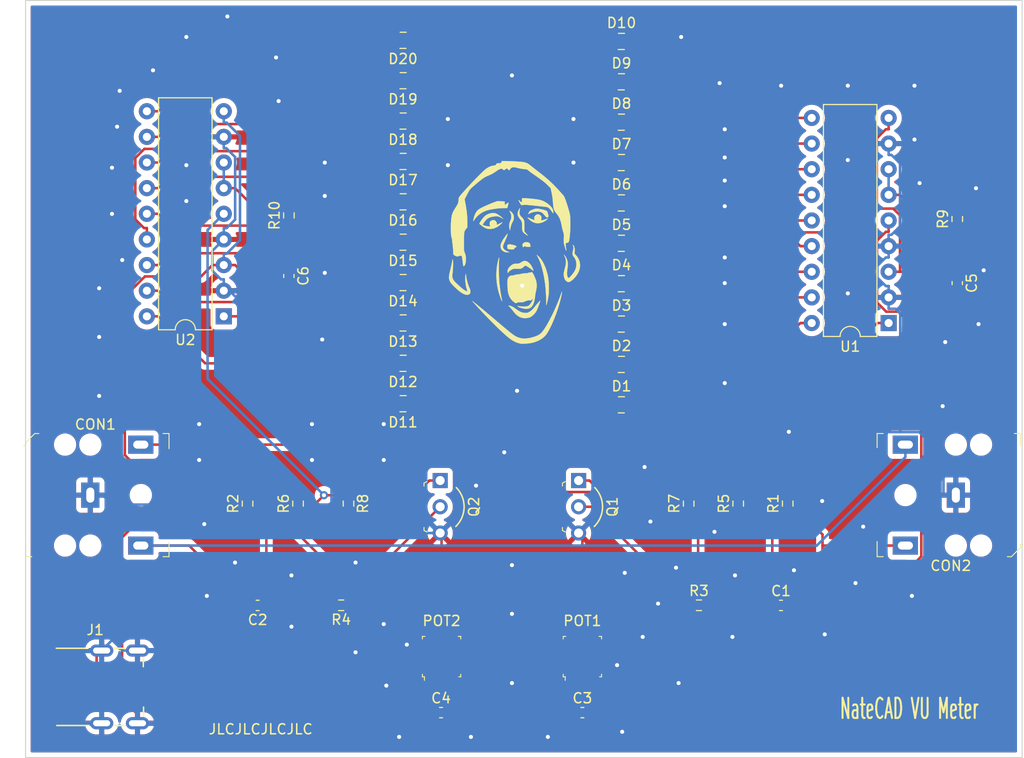
<source format=kicad_pcb>
(kicad_pcb (version 20221018) (generator pcbnew)

  (general
    (thickness 1.69)
  )

  (paper "A4")
  (layers
    (0 "F.Cu" signal)
    (31 "B.Cu" signal)
    (32 "B.Adhes" user "B.Adhesive")
    (33 "F.Adhes" user "F.Adhesive")
    (34 "B.Paste" user)
    (35 "F.Paste" user)
    (36 "B.SilkS" user "B.Silkscreen")
    (37 "F.SilkS" user "F.Silkscreen")
    (38 "B.Mask" user)
    (39 "F.Mask" user)
    (40 "Dwgs.User" user "User.Drawings")
    (41 "Cmts.User" user "User.Comments")
    (42 "Eco1.User" user "User.Eco1")
    (43 "Eco2.User" user "User.Eco2")
    (44 "Edge.Cuts" user)
    (45 "Margin" user)
    (46 "B.CrtYd" user "B.Courtyard")
    (47 "F.CrtYd" user "F.Courtyard")
    (48 "B.Fab" user)
    (49 "F.Fab" user)
    (50 "User.1" user)
    (51 "User.2" user)
    (52 "User.3" user)
    (53 "User.4" user)
    (54 "User.5" user)
    (55 "User.6" user)
    (56 "User.7" user)
    (57 "User.8" user)
    (58 "User.9" user)
  )

  (setup
    (stackup
      (layer "F.SilkS" (type "Top Silk Screen") (color "White"))
      (layer "F.Paste" (type "Top Solder Paste"))
      (layer "F.Mask" (type "Top Solder Mask") (color "Green") (thickness 0.01))
      (layer "F.Cu" (type "copper") (thickness 0.035))
      (layer "dielectric 1" (type "core") (thickness 1.6) (material "FR4") (epsilon_r 4.5) (loss_tangent 0.02))
      (layer "B.Cu" (type "copper") (thickness 0.035))
      (layer "B.Mask" (type "Bottom Solder Mask") (color "Green") (thickness 0.01))
      (layer "B.Paste" (type "Bottom Solder Paste"))
      (layer "B.SilkS" (type "Bottom Silk Screen") (color "White"))
      (copper_finish "None")
      (dielectric_constraints no)
    )
    (pad_to_mask_clearance 0)
    (pcbplotparams
      (layerselection 0x00010fc_ffffffff)
      (plot_on_all_layers_selection 0x0000000_00000000)
      (disableapertmacros false)
      (usegerberextensions true)
      (usegerberattributes false)
      (usegerberadvancedattributes false)
      (creategerberjobfile false)
      (dashed_line_dash_ratio 12.000000)
      (dashed_line_gap_ratio 3.000000)
      (svgprecision 6)
      (plotframeref false)
      (viasonmask false)
      (mode 1)
      (useauxorigin false)
      (hpglpennumber 1)
      (hpglpenspeed 20)
      (hpglpendiameter 15.000000)
      (dxfpolygonmode true)
      (dxfimperialunits true)
      (dxfusepcbnewfont true)
      (psnegative false)
      (psa4output false)
      (plotreference true)
      (plotvalue true)
      (plotinvisibletext false)
      (sketchpadsonfab false)
      (subtractmaskfromsilk true)
      (outputformat 1)
      (mirror false)
      (drillshape 0)
      (scaleselection 1)
      (outputdirectory "output/")
    )
  )

  (net 0 "")
  (net 1 "Net-(C1-Pad1)")
  (net 2 "Net-(C1-Pad2)")
  (net 3 "Net-(C2-Pad1)")
  (net 4 "Net-(C2-Pad2)")
  (net 5 "Net-(C3-Pad1)")
  (net 6 "GND")
  (net 7 "Net-(C4-Pad1)")
  (net 8 "VCC")
  (net 9 "Net-(D1-Pad2)")
  (net 10 "Net-(D2-Pad2)")
  (net 11 "Net-(D3-Pad2)")
  (net 12 "Net-(D4-Pad2)")
  (net 13 "Net-(D5-Pad2)")
  (net 14 "Net-(D6-Pad2)")
  (net 15 "Net-(D7-Pad2)")
  (net 16 "Net-(D8-Pad2)")
  (net 17 "Net-(D9-Pad2)")
  (net 18 "Net-(D10-Pad2)")
  (net 19 "Net-(D11-Pad2)")
  (net 20 "Net-(D12-Pad2)")
  (net 21 "Net-(D13-Pad2)")
  (net 22 "Net-(D14-Pad2)")
  (net 23 "Net-(D15-Pad2)")
  (net 24 "Net-(D16-Pad2)")
  (net 25 "Net-(D17-Pad2)")
  (net 26 "Net-(D18-Pad2)")
  (net 27 "Net-(D19-Pad2)")
  (net 28 "Net-(D20-Pad2)")
  (net 29 "unconnected-(J1-Pad2)")
  (net 30 "unconnected-(J1-Pad3)")
  (net 31 "unconnected-(J1-Pad4)")
  (net 32 "Net-(Q1-Pad2)")
  (net 33 "Net-(Q1-Pad1)")
  (net 34 "Net-(Q2-Pad2)")
  (net 35 "Net-(Q2-Pad1)")
  (net 36 "Net-(R9-Pad2)")
  (net 37 "Net-(R10-Pad2)")

  (footprint "digikey-footprints:0805" (layer "F.Cu") (at 186.8738 99.055))

  (footprint "Resistor_SMD:R_0603_1608Metric_Pad0.98x0.95mm_HandSolder" (layer "F.Cu") (at 153.924 104.29 90))

  (footprint "digikey-footprints:0805" (layer "F.Cu") (at 165.2262 98.945 180))

  (footprint "digikey-footprints:0805" (layer "F.Cu") (at 186.8738 87.055))

  (footprint "digikey-footprints:0805" (layer "F.Cu") (at 186.8738 103.055))

  (footprint "Resistor_SMD:R_0603_1608Metric_Pad0.98x0.95mm_HandSolder" (layer "F.Cu") (at 203.3438 132.842 90))

  (footprint "digikey-footprints:Trimpot_3.8mmx3.6mm_TC33X-2-103E" (layer "F.Cu") (at 169.05 148))

  (footprint "digikey-footprints:TO-92-3_Formed_Leads" (layer "F.Cu") (at 168.91 130.556 -90))

  (footprint "Resistor_SMD:R_0603_1608Metric_Pad0.98x0.95mm_HandSolder" (layer "F.Cu") (at 198.438 132.842 90))

  (footprint "Capacitor_SMD:C_0603_1608Metric_Pad1.08x0.95mm_HandSolder" (layer "F.Cu") (at 183.001 153.55))

  (footprint "Resistor_SMD:R_0603_1608Metric_Pad0.98x0.95mm_HandSolder" (layer "F.Cu") (at 194.5483 142.9155))

  (footprint "digikey-footprints:0805" (layer "F.Cu") (at 165.2262 106.945 180))

  (footprint "digikey-footprints:0805" (layer "F.Cu") (at 186.8738 91.055))

  (footprint "Resistor_SMD:R_0603_1608Metric_Pad0.98x0.95mm_HandSolder" (layer "F.Cu") (at 220.1398 104.648 90))

  (footprint "digikey-footprints:0805" (layer "F.Cu") (at 165.2262 118.945 180))

  (footprint "digikey-footprints:0805" (layer "F.Cu") (at 165.2262 122.945 180))

  (footprint "digikey-footprints:0805" (layer "F.Cu") (at 165.2262 94.945 180))

  (footprint "Resistor_SMD:R_0603_1608Metric_Pad0.98x0.95mm_HandSolder" (layer "F.Cu") (at 159.83 132.842 -90))

  (footprint "digikey-footprints:0805" (layer "F.Cu") (at 165.2262 110.945 180))

  (footprint "Capacitor_SMD:C_0603_1608Metric_Pad1.08x0.95mm_HandSolder" (layer "F.Cu") (at 169 153.55))

  (footprint "Resistor_SMD:R_0603_1608Metric_Pad0.98x0.95mm_HandSolder" (layer "F.Cu") (at 159.104 142.9155 180))

  (footprint "digikey-footprints:0805" (layer "F.Cu") (at 165.2262 102.945 180))

  (footprint "digikey-footprints:0805" (layer "F.Cu") (at 165.2262 114.945 180))

  (footprint "digikey-footprints:0805" (layer "F.Cu") (at 165.2262 90.945 180))

  (footprint "Resistor_SMD:R_0603_1608Metric_Pad0.98x0.95mm_HandSolder" (layer "F.Cu") (at 149.83 132.842 90))

  (footprint "digikey-footprints:0805" (layer "F.Cu") (at 186.8738 95.055))

  (footprint "Package_DIP:DIP-18_W7.62mm" (layer "F.Cu") (at 147.4734 114.29 180))

  (footprint "digikey-footprints:0805" (layer "F.Cu") (at 186.8738 111.055))

  (footprint "digikey-footprints:TO-92-3_Formed_Leads" (layer "F.Cu") (at 182.626 130.556 -90))

  (footprint "digikey-footprints:USB_Micro_B_Male_UJ2-MIBH-4-SMT-TR" (layer "F.Cu") (at 130.725 151))

  (footprint "Resistor_SMD:R_0603_1608Metric_Pad0.98x0.95mm_HandSolder" (layer "F.Cu") (at 154.83 132.842 90))

  (footprint "digikey-footprints:Trimpot_3.8mmx3.6mm_TC33X-2-103E" (layer "F.Cu") (at 183.001 148))

  (footprint "Resistor_SMD:R_0603_1608Metric_Pad0.98x0.95mm_HandSolder" (layer "F.Cu") (at 193.5323 132.842 90))

  (footprint "digikey-footprints:0805" (layer "F.Cu") (at 186.8738 119.055))

  (footprint "digikey-footprints:Headphone_Jack_3.5mm_SJ1-3523N" (layer "F.Cu") (at 215 132 180))

  (footprint "Capacitor_SMD:C_0603_1608Metric_Pad1.08x0.95mm_HandSolder" (layer "F.Cu") (at 150.83 142.9295 180))

  (footprint "Capacitor_SMD:C_0603_1608Metric_Pad1.08x0.95mm_HandSolder" (layer "F.Cu") (at 153.924 110.29 -90))

  (footprint "digikey-footprints:0805" (layer "F.Cu") (at 165.2262 86.945 180))

  (footprint "digikey-footprints:Headphone_Jack_3.5mm_SJ1-3523N" (layer "F.Cu") (at 139.25 132))

  (footprint "digikey-footprints:0805" (layer "F.Cu") (at 186.8738 115.055))

  (footprint "Package_DIP:DIP-18_W7.62mm" (layer "F.Cu") (at 213.3416 114.954 180))

  (footprint "digikey-footprints:0805" (layer "F.Cu") (at 186.8738 107.055))

  (footprint "Capacitor_SMD:C_0603_1608Metric_Pad1.08x0.95mm_HandSolder" (layer "F.Cu") (at 220.1398 110.998 -90))

  (footprint "digikey-footprints:0805" (layer "F.Cu") (at 186.8738 123.055))

  (footprint "Capacitor_SMD:C_0603_1608Metric_Pad1.08x0.95mm_HandSolder" (layer "F.Cu") (at 202.6763 142.9295))

  (gr_poly
    (pts
      (xy 178.826135 112.741596)
      (xy 178.823629 112.761053)
      (xy 178.815514 112.79427)
      (xy 178.80241 112.839517)
      (xy 178.763706 112.959184)
      (xy 178.712468 113.10622)
      (xy 178.653644 113.266791)
      (xy 178.592185 113.427063)
      (xy 178.533041 113.573201)
      (xy 178.481162 113.691372)
      (xy 178.453648 113.745885)
      (xy 178.422074 113.800798)
      (xy 178.386828 113.855727)
      (xy 178.348299 113.910286)
      (xy 178.306874 113.964092)
      (xy 178.262941 114.016758)
      (xy 178.216889 114.0679)
      (xy 178.169105 114.117133)
      (xy 178.119978 114.164072)
      (xy 178.069894 114.208331)
      (xy 178.019244 114.249526)
      (xy 177.968413 114.287271)
      (xy 177.91779 114.321183)
      (xy 177.867764 114.350874)
      (xy 177.818722 114.375962)
      (xy 177.771052 114.39606)
      (xy 177.729566 114.410038)
      (xy 177.684626 114.422424)
      (xy 177.63673 114.433205)
      (xy 177.586372 114.442366)
      (xy 177.534048 114.44989)
      (xy 177.480255 114.455764)
      (xy 177.425487 114.459971)
      (xy 177.370241 114.462498)
      (xy 177.315013 114.463328)
      (xy 177.260298 114.462448)
      (xy 177.206592 114.459841)
      (xy 177.154391 114.455493)
      (xy 177.104191 114.449389)
      (xy 177.056488 114.441513)
      (xy 177.011777 114.431851)
      (xy 176.970554 114.420388)
      (xy 176.914965 114.401509)
      (xy 176.860282 114.38013)
      (xy 176.806481 114.356234)
      (xy 176.753539 114.329802)
      (xy 176.701433 114.300817)
      (xy 176.650139 114.269261)
      (xy 176.599635 114.235115)
      (xy 176.549896 114.198361)
      (xy 176.5009 114.158983)
      (xy 176.452623 114.116961)
      (xy 176.405042 114.072278)
      (xy 176.358134 114.024915)
      (xy 176.311875 113.974856)
      (xy 176.266243 113.922081)
      (xy 176.221213 113.866573)
      (xy 176.176762 113.808314)
      (xy 176.136474 113.754899)
      (xy 176.0925 113.698344)
      (xy 176.04626 113.640369)
      (xy 175.999172 113.582692)
      (xy 175.952655 113.527032)
      (xy 175.90813 113.475106)
      (xy 175.867016 113.428634)
      (xy 175.830731 113.389334)
      (xy 175.668805 113.218953)
      (xy 175.795805 113.240556)
      (xy 175.827622 113.246652)
      (xy 175.859429 113.254171)
      (xy 175.891467 113.263242)
      (xy 175.923976 113.27399)
      (xy 175.957197 113.286543)
      (xy 175.991369 113.301028)
      (xy 176.026733 113.317572)
      (xy 176.063529 113.336302)
      (xy 176.101998 113.357344)
      (xy 176.14238 113.380826)
      (xy 176.184915 113.406875)
      (xy 176.229844 113.435618)
      (xy 176.277406 113.467181)
      (xy 176.327843 113.501693)
      (xy 176.381395 113.539278)
      (xy 176.438302 113.580066)
      (xy 176.504157 113.626966)
      (xy 176.566831 113.670034)
      (xy 176.626651 113.709413)
      (xy 176.683943 113.745244)
      (xy 176.739036 113.777669)
      (xy 176.792256 113.806829)
      (xy 176.84393 113.832865)
      (xy 176.894387 113.855921)
      (xy 176.943952 113.876136)
      (xy 176.992953 113.893652)
      (xy 177.041718 113.908612)
      (xy 177.090573 113.921156)
      (xy 177.139846 113.931426)
      (xy 177.189863 113.939564)
      (xy 177.240954 113.945711)
      (xy 177.293443 113.950009)
      (xy 177.362885 113.953815)
      (xy 177.393082 113.954808)
      (xy 177.420759 113.955108)
      (xy 177.446289 113.954651)
      (xy 177.470045 113.953373)
      (xy 177.4924 113.95121)
      (xy 177.513727 113.948097)
      (xy 177.534399 113.94397)
      (xy 177.554787 113.938764)
      (xy 177.575265 113.932416)
      (xy 177.596207 113.924861)
      (xy 177.617983 113.916034)
      (xy 177.640968 113.905873)
      (xy 177.692054 113.881286)
      (xy 177.730026 113.861601)
      (xy 177.766863 113.840921)
      (xy 177.802832 113.819001)
      (xy 177.838198 113.795597)
      (xy 177.873227 113.770462)
      (xy 177.908185 113.743353)
      (xy 177.943339 113.714023)
      (xy 177.978954 113.682228)
      (xy 178.015296 113.647723)
      (xy 178.052632 113.610262)
      (xy 178.091227 113.5696)
      (xy 178.131347 113.525493)
      (xy 178.173258 113.477696)
      (xy 178.217226 113.425962)
      (xy 178.263518 113.370048)
      (xy 178.312398 113.309707)
      (xy 178.392505 113.211274)
      (xy 178.473424 113.114381)
      (xy 178.552413 113.022103)
      (xy 178.626728 112.937519)
      (xy 178.693629 112.863702)
      (xy 178.750371 112.803731)
      (xy 178.794213 112.760681)
      (xy 178.81044 112.746462)
      (xy 178.822413 112.737627)
      (xy 178.825091 112.737567)
    )

    (stroke (width 0.024) (type solid)) (fill solid) (layer "F.SilkS") (tstamp 05a33ab6-1667-415d-97d9-d48608952296))
  (gr_poly
    (pts
      (xy 180.975294 111.856056)
      (xy 180.97637 111.85816)
      (xy 180.977093 111.861753)
      (xy 180.977559 111.873274)
      (xy 180.975113 111.912711)
      (xy 180.969203 111.972215)
      (xy 180.961101 112.034731)
      (xy 180.948833 112.108792)
      (xy 180.91299 112.287033)
      (xy 180.864057 112.497903)
      (xy 180.804419 112.732368)
      (xy 180.73646 112.981394)
      (xy 180.662564 113.235945)
      (xy 180.585117 113.486988)
      (xy 180.506501 113.725487)
      (xy 180.386075 114.064414)
      (xy 180.258965 114.397684)
      (xy 180.127451 114.720235)
      (xy 179.993814 115.027005)
      (xy 179.860334 115.312935)
      (xy 179.729293 115.572963)
      (xy 179.602972 115.802028)
      (xy 179.483652 115.995069)
      (xy 179.445336 116.050318)
      (xy 179.404628 116.104257)
      (xy 179.361582 116.15686)
      (xy 179.316252 116.208102)
      (xy 179.26869 116.25796)
      (xy 179.21895 116.306409)
      (xy 179.167084 116.353423)
      (xy 179.113147 116.398978)
      (xy 178.999271 116.485613)
      (xy 178.877748 116.566116)
      (xy 178.749003 116.64029)
      (xy 178.613463 116.707936)
      (xy 178.471555 116.768858)
      (xy 178.323704 116.822858)
      (xy 178.170337 116.869738)
      (xy 178.01188 116.909301)
      (xy 177.848759 116.941349)
      (xy 177.681401 116.965685)
      (xy 177.510232 116.982111)
      (xy 177.335679 116.99043)
      (xy 177.175316 116.992912)
      (xy 177.032069 116.992669)
      (xy 176.921564 116.989891)
      (xy 176.883474 116.98761)
      (xy 176.859429 116.984765)
      (xy 176.859429 116.984767)
      (xy 176.859429 116.984768)
      (xy 176.859429 116.984769)
      (xy 176.792944 116.970951)
      (xy 176.726701 116.954878)
      (xy 176.660649 116.936524)
      (xy 176.594736 116.915864)
      (xy 176.528911 116.892875)
      (xy 176.463122 116.867531)
      (xy 176.397316 116.839809)
      (xy 176.331443 116.809682)
      (xy 176.26545 116.777128)
      (xy 176.199286 116.74212)
      (xy 176.132898 116.704635)
      (xy 176.066236 116.664648)
      (xy 175.999248 116.622135)
      (xy 175.93188 116.57707)
      (xy 175.864083 116.52943)
      (xy 175.795804 116.479189)
      (xy 175.658774 116.371704)
      (xy 175.502279 116.241006)
      (xy 175.137399 115.916439)
      (xy 174.714174 115.518432)
      (xy 174.245613 115.05993)
      (xy 173.744727 114.553877)
      (xy 173.224527 114.013217)
      (xy 172.698022 113.450896)
      (xy 172.178223 112.879858)
      (xy 172.081054 112.7715)
      (xy 172.235465 112.879858)
      (xy 172.346247 112.963919)
      (xy 172.531162 113.111767)
      (xy 173.082477 113.564864)
      (xy 173.807576 114.171225)
      (xy 174.624627 114.862928)
      (xy 175.288415 115.424228)
      (xy 175.764745 115.816667)
      (xy 175.945163 115.959667)
      (xy 176.093777 116.072576)
      (xy 176.215607 116.159434)
      (xy 176.315673 116.224284)
      (xy 176.411632 116.27922)
      (xy 176.508362 116.327804)
      (xy 176.606164 116.370059)
      (xy 176.705341 116.406005)
      (xy 176.806192 116.435664)
      (xy 176.90902 116.459058)
      (xy 177.014127 116.476208)
      (xy 177.121813 116.487137)
      (xy 177.232381 116.491865)
      (xy 177.346132 116.490415)
      (xy 177.463367 116.482808)
      (xy 177.584388 116.469065)
      (xy 177.709496 116.449208)
      (xy 177.838994 116.423259)
      (xy 177.973182 116.39124)
      (xy 178.112362 116.353172)
      (xy 178.248366 116.311515)
      (xy 178.311297 116.290419)
      (xy 178.371076 116.269032)
      (xy 178.427873 116.247269)
      (xy 178.481857 116.225046)
      (xy 178.5332 116.202277)
      (xy 178.582071 116.178877)
      (xy 178.628641 116.154762)
      (xy 178.67308 116.129848)
      (xy 178.715558 116.104048)
      (xy 178.756247 116.077279)
      (xy 178.795315 116.049456)
      (xy 178.832934 116.020493)
      (xy 178.869274 115.990306)
      (xy 178.904506 115.95881)
      (xy 178.996884 115.862025)
      (xy 179.099535 115.734244)
      (xy 179.211091 115.578124)
      (xy 179.330185 115.396322)
      (xy 179.45545 115.191495)
      (xy 179.585519 114.966299)
      (xy 179.719024 114.723391)
      (xy 179.854599 114.465429)
      (xy 179.990877 114.195069)
      (xy 180.12649 113.914968)
      (xy 180.260071 113.627783)
      (xy 180.390253 113.336171)
      (xy 180.51567 113.042789)
      (xy 180.634953 112.750293)
      (xy 180.746735 112.461341)
      (xy 180.849651 112.17859)
      (xy 180.927759 111.959241)
      (xy 180.951641 111.896887)
      (xy 180.960334 111.876598)
      (xy 180.96707 111.863209)
      (xy 180.972005 111.856451)
      (xy 180.973845 111.855475)
    )

    (stroke (width 0.024) (type solid)) (fill solid) (layer "F.SilkS") (tstamp 17c84bc0-8d19-444c-85de-c481eab3289f))
  (gr_poly
    (pts
      (xy 182.055595 107.207326)
      (xy 182.057748 107.208193)
      (xy 182.063105 107.211441)
      (xy 182.069877 107.216593)
      (xy 182.078081 107.223509)
      (xy 182.098849 107.242083)
      (xy 182.108275 107.25116)
      (xy 182.117414 107.26106)
      (xy 182.126261 107.271762)
      (xy 182.134811 107.283245)
      (xy 182.151001 107.308471)
      (xy 182.165948 107.336574)
      (xy 182.179613 107.367386)
      (xy 182.191959 107.400742)
      (xy 182.202948 107.436477)
      (xy 182.212542 107.474425)
      (xy 182.220703 107.514419)
      (xy 182.227393 107.556294)
      (xy 182.232576 107.599885)
      (xy 182.236212 107.645024)
      (xy 182.238265 107.691548)
      (xy 182.238696 107.739288)
      (xy 182.237468 107.788081)
      (xy 182.234542 107.83776)
      (xy 182.216759 108.072882)
      (xy 182.383492 108.256996)
      (xy 182.441792 108.325179)
      (xy 182.495432 108.395756)
      (xy 182.54437 108.468582)
      (xy 182.588567 108.543508)
      (xy 182.627983 108.620386)
      (xy 182.662578 108.699069)
      (xy 182.692312 108.779409)
      (xy 182.717145 108.861258)
      (xy 182.737036 108.94447)
      (xy 182.751947 109.028896)
      (xy 182.761837 109.114388)
      (xy 182.766665 109.2008)
      (xy 182.766393 109.287983)
      (xy 182.760979 109.375789)
      (xy 182.750384 109.464072)
      (xy 182.734568 109.552683)
      (xy 182.715352 109.631696)
      (xy 182.690329 109.71247)
      (xy 182.659824 109.794527)
      (xy 182.624161 109.877392)
      (xy 182.583666 109.960586)
      (xy 182.538661 110.043634)
      (xy 182.489473 110.126059)
      (xy 182.436426 110.207382)
      (xy 182.379843 110.287129)
      (xy 182.320051 110.364821)
      (xy 182.257374 110.439981)
      (xy 182.192135 110.512134)
      (xy 182.12466 110.580802)
      (xy 182.055273 110.645508)
      (xy 181.9843 110.705775)
      (xy 181.912063 110.761126)
      (xy 181.877214 110.785826)
      (xy 181.844523 110.807774)
      (xy 181.813774 110.827016)
      (xy 181.784756 110.8436)
      (xy 181.757255 110.85757)
      (xy 181.731058 110.868974)
      (xy 181.70595 110.877858)
      (xy 181.681719 110.884269)
      (xy 181.669866 110.886561)
      (xy 181.658152 110.888253)
      (xy 181.646551 110.889349)
      (xy 181.635035 110.889856)
      (xy 181.623579 110.889779)
      (xy 181.612155 110.889124)
      (xy 181.589298 110.886105)
      (xy 181.566251 110.880843)
      (xy 181.5428 110.873387)
      (xy 181.518733 110.863782)
      (xy 181.493836 110.852075)
      (xy 181.493843 110.852075)
      (xy 181.473309 110.840928)
      (xy 181.453216 110.828351)
      (xy 181.433586 110.814396)
      (xy 181.414438 110.799112)
      (xy 181.395793 110.782549)
      (xy 181.377672 110.764758)
      (xy 181.360096 110.745788)
      (xy 181.343085 110.725691)
      (xy 181.326659 110.704516)
      (xy 181.310841 110.682313)
      (xy 181.295649 110.659133)
      (xy 181.281105 110.635026)
      (xy 181.26723 110.610042)
      (xy 181.254043 110.584231)
      (xy 181.241567 110.557643)
      (xy 181.22982 110.530329)
      (xy 181.208601 110.473723)
      (xy 181.190552 110.414814)
      (xy 181.175836 110.354003)
      (xy 181.16462 110.291692)
      (xy 181.160376 110.2601)
      (xy 181.157068 110.228283)
      (xy 181.154718 110.196293)
      (xy 181.153346 110.164178)
      (xy 181.152973 110.131989)
      (xy 181.153619 110.099777)
      (xy 181.155306 110.067592)
      (xy 181.158052 110.035483)
      (xy 181.16376 109.990426)
      (xy 181.172339 109.937217)
      (xy 181.183371 109.877818)
      (xy 181.196433 109.814194)
      (xy 181.211107 109.748308)
      (xy 181.22697 109.682124)
      (xy 181.243603 109.617606)
      (xy 181.260585 109.556717)
      (xy 181.287895 109.459289)
      (xy 181.311518 109.366903)
      (xy 181.331452 109.279143)
      (xy 181.347694 109.195593)
      (xy 181.360242 109.115837)
      (xy 181.369094 109.039456)
      (xy 181.374246 108.966036)
      (xy 181.375697 108.895159)
      (xy 181.373444 108.826409)
      (xy 181.367486 108.759369)
      (xy 181.357818 108.693623)
      (xy 181.34444 108.628753)
      (xy 181.327348 108.564345)
      (xy 181.306541 108.49998)
      (xy 181.282015 108.435243)
      (xy 181.253769 108.369716)
      (xy 181.174696 108.196212)
      (xy 181.251645 108.268502)
      (xy 181.26001 108.277009)
      (xy 181.269173 108.287518)
      (xy 181.279044 108.299879)
      (xy 181.28953 108.313944)
      (xy 181.30054 108.329561)
      (xy 181.311982 108.346581)
      (xy 181.323766 108.364854)
      (xy 181.335799 108.38423)
      (xy 181.34799 108.404559)
      (xy 181.360248 108.425692)
      (xy 181.372481 108.447478)
      (xy 181.384598 108.469767)
      (xy 181.396507 108.492409)
      (xy 181.408117 108.515255)
      (xy 181.419336 108.538154)
      (xy 181.430073 108.560957)
      (xy 181.453948 108.615489)
      (xy 181.475202 108.669982)
      (xy 181.493859 108.72476)
      (xy 181.509945 108.780148)
      (xy 181.523485 108.836471)
      (xy 181.534505 108.894055)
      (xy 181.543029 108.953224)
      (xy 181.549082 109.014304)
      (xy 181.552691 109.077619)
      (xy 181.553879 109.143494)
      (xy 181.552674 109.212255)
      (xy 181.549099 109.284226)
      (xy 181.54318 109.359734)
      (xy 181.534942 109.439101)
      (xy 181.524411 109.522655)
      (xy 181.511612 109.610719)
      (xy 181.492612 109.749)
      (xy 181.485563 109.813516)
      (xy 181.480153 109.875038)
      (xy 181.476383 109.933628)
      (xy 181.474257 109.989353)
      (xy 181.473777 110.042278)
      (xy 181.474945 110.092468)
      (xy 181.477765 110.139988)
      (xy 181.482239 110.184902)
      (xy 181.488369 110.227277)
      (xy 181.496159 110.267176)
      (xy 181.50561 110.304666)
      (xy 181.516726 110.339812)
      (xy 181.529509 110.372678)
      (xy 181.543963 110.403329)
      (xy 181.549063 110.412753)
      (xy 181.554465 110.421913)
      (xy 181.560121 110.430762)
      (xy 181.565985 110.439251)
      (xy 181.57201 110.447334)
      (xy 181.578148 110.454963)
      (xy 181.584354 110.46209)
      (xy 181.59058 110.468668)
      (xy 181.596779 110.47465)
      (xy 181.602904 110.479989)
      (xy 181.608908 110.484636)
      (xy 181.614745 110.488545)
      (xy 181.620367 110.491668)
      (xy 181.625728 110.493957)
      (xy 181.628296 110.494774)
      (xy 181.630781 110.495365)
      (xy 181.633177 110.495724)
      (xy 181.635478 110.495845)
      (xy 181.643687 110.494504)
      (xy 181.653693 110.490565)
      (xy 181.665382 110.48416)
      (xy 181.678642 110.475418)
      (xy 181.709428 110.451438)
      (xy 181.745151 110.419663)
      (xy 181.784915 110.381129)
      (xy 181.82782 110.336872)
      (xy 181.872969 110.287929)
      (xy 181.919463 110.235336)
      (xy 181.966403 110.180129)
      (xy 182.012892 110.123345)
      (xy 182.058031 110.06602)
      (xy 182.100923 110.009191)
      (xy 182.140668 109.953894)
      (xy 182.176368 109.901165)
      (xy 182.207126 109.85204)
      (xy 182.232043 109.807557)
      (xy 182.258479 109.755118)
      (xy 182.282667 109.703974)
      (xy 182.304645 109.65396)
      (xy 182.324449 109.604911)
      (xy 182.342117 109.556665)
      (xy 182.357685 109.509057)
      (xy 182.371189 109.461921)
      (xy 182.382667 109.415095)
      (xy 182.392156 109.368414)
      (xy 182.399692 109.321714)
      (xy 182.405312 109.27483)
      (xy 182.409053 109.227598)
      (xy 182.410952 109.179855)
      (xy 182.411045 109.131436)
      (xy 182.40937 109.082176)
      (xy 182.405963 109.031911)
      (xy 182.401435 108.986698)
      (xy 182.395499 108.942327)
      (xy 182.388148 108.898777)
      (xy 182.379374 108.856031)
      (xy 182.369169 108.814068)
      (xy 182.357527 108.77287)
      (xy 182.344439 108.732418)
      (xy 182.329899 108.692691)
      (xy 182.313898 108.653672)
      (xy 182.29643 108.61534)
      (xy 182.277486 108.577677)
      (xy 182.25706 108.540663)
      (xy 182.235144 108.504278)
      (xy 182.211731 108.468505)
      (xy 182.186813 108.433324)
      (xy 182.160382 108.398714)
      (xy 182.132842 108.362995)
      (xy 182.108568 108.32923)
      (xy 182.087487 108.296913)
      (xy 182.078121 108.28114)
      (xy 182.069526 108.26554)
      (xy 182.061693 108.25005)
      (xy 182.054612 108.234607)
      (xy 182.048274 108.219147)
      (xy 182.042671 108.203607)
      (xy 182.037793 108.187924)
      (xy 182.033631 108.172036)
      (xy 182.030176 108.155879)
      (xy 182.027419 108.13939)
      (xy 182.025351 108.122505)
      (xy 182.023962 108.105162)
      (xy 182.023243 108.087298)
      (xy 182.023186 108.068849)
      (xy 182.023781 108.049752)
      (xy 182.025019 108.029945)
      (xy 182.029388 107.987946)
      (xy 182.036219 107.942346)
      (xy 182.04544 107.89264)
      (xy 182.056978 107.838324)
      (xy 182.070759 107.778893)
      (xy 182.092419 107.68699)
      (xy 182.10815 107.614515)
      (xy 182.113845 107.584169)
      (xy 182.118123 107.557006)
      (xy 182.121003 107.532468)
      (xy 182.122507 107.509999)
      (xy 182.122657 107.489039)
      (xy 182.121473 107.469031)
      (xy 182.118977 107.449417)
      (xy 182.11519 107.42964)
      (xy 182.110133 107.409141)
      (xy 182.103828 107.387363)
      (xy 182.087558 107.337737)
      (xy 182.070529 107.287489)
      (xy 182.058506 107.250398)
      (xy 182.054414 107.236441)
      (xy 182.051622 107.225357)
      (xy 182.050147 107.217009)
      (xy 182.049909 107.213817)
      (xy 182.050006 107.211256)
      (xy 182.050441 107.209311)
      (xy 182.051215 107.207962)
      (xy 182.052331 107.207194)
      (xy 182.05379 107.206987)
    )

    (stroke (width 0.024) (type solid)) (fill solid) (layer "F.SilkS") (tstamp 403649e6-3c5b-41df-9647-85b8b88f11c5))
  (gr_poly
    (pts
      (xy 175.829502 107.163681)
      (xy 175.882103 107.168243)
      (xy 175.937487 107.175486)
      (xy 175.994704 107.185114)
      (xy 176.052804 107.196831)
      (xy 176.110837 107.210342)
      (xy 176.167852 107.225351)
      (xy 176.2229 107.241564)
      (xy 176.27503 107.258684)
      (xy 176.323292 107.276415)
      (xy 176.366737 107.294464)
      (xy 176.404412 107.312533)
      (xy 176.43537 107.330327)
      (xy 176.458659 107.347552)
      (xy 176.467131 107.355858)
      (xy 176.473329 107.36391)
      (xy 176.477135 107.371673)
      (xy 176.47843 107.379108)
      (xy 176.478285 107.38047)
      (xy 176.477853 107.381953)
      (xy 176.477144 107.38355)
      (xy 176.476162 107.385257)
      (xy 176.474916 107.387069)
      (xy 176.473412 107.388981)
      (xy 176.471658 107.390988)
      (xy 176.469662 107.393084)
      (xy 176.464967 107.397527)
      (xy 176.459385 107.402268)
      (xy 176.452972 107.407269)
      (xy 176.445787 107.412489)
      (xy 176.437885 107.417888)
      (xy 176.429324 107.423426)
      (xy 176.420161 107.429063)
      (xy 176.410453 107.434758)
      (xy 176.400256 107.440472)
      (xy 176.389628 107.446164)
      (xy 176.378625 107.451795)
      (xy 176.367305 107.457324)
      (xy 176.355985 107.462966)
      (xy 176.344983 107.468929)
      (xy 176.334354 107.475161)
      (xy 176.324158 107.48161)
      (xy 176.314449 107.488227)
      (xy 176.305286 107.494958)
      (xy 176.296725 107.501754)
      (xy 176.288823 107.508562)
      (xy 176.281638 107.515332)
      (xy 176.275226 107.522012)
      (xy 176.269644 107.528552)
      (xy 176.264949 107.534898)
      (xy 176.261198 107.541002)
      (xy 176.258448 107.54681)
      (xy 176.257467 107.549588)
      (xy 176.256757 107.552272)
      (xy 176.256326 107.554858)
      (xy 176.25618 107.557337)
      (xy 176.255772 107.566926)
      (xy 176.254539 107.576041)
      (xy 176.252472 107.584684)
      (xy 176.249562 107.592857)
      (xy 176.245798 107.600562)
      (xy 176.241172 107.607799)
      (xy 176.235672 107.614572)
      (xy 176.229289 107.620881)
      (xy 176.222014 107.626728)
      (xy 176.213837 107.632115)
      (xy 176.204747 107.637044)
      (xy 176.194735 107.641516)
      (xy 176.183792 107.645532)
      (xy 176.171906 107.649096)
      (xy 176.15907 107.652207)
      (xy 176.145272 107.654868)
      (xy 176.130503 107.657081)
      (xy 176.114754 107.658847)
      (xy 176.098014 107.660168)
      (xy 176.080273 107.661046)
      (xy 176.061523 107.661481)
      (xy 176.041752 107.661477)
      (xy 176.020952 107.661034)
      (xy 175.999112 107.660155)
      (xy 175.976222 107.65884)
      (xy 175.952274 107.657092)
      (xy 175.927256 107.654912)
      (xy 175.90116 107.652303)
      (xy 175.873975 107.649264)
      (xy 175.845692 107.645799)
      (xy 175.785791 107.637596)
      (xy 175.785791 107.637598)
      (xy 175.751651 107.632422)
      (xy 175.719338 107.627131)
      (xy 175.689593 107.621873)
      (xy 175.663156 107.616798)
      (xy 175.640768 107.612053)
      (xy 175.623169 107.607789)
      (xy 175.611099 107.604153)
      (xy 175.607369 107.602618)
      (xy 175.605299 107.601295)
      (xy 175.604669 107.600484)
      (xy 175.603993 107.599267)
      (xy 175.602507 107.595662)
      (xy 175.600858 107.590569)
      (xy 175.599063 107.584075)
      (xy 175.597138 107.576269)
      (xy 175.595102 107.56724)
      (xy 175.590759 107.545864)
      (xy 175.58617 107.520653)
      (xy 175.581471 107.492312)
      (xy 175.576795 107.461549)
      (xy 175.572279 107.429069)
      (xy 175.56827 107.393265)
      (xy 175.566194 107.360442)
      (xy 175.566124 107.330508)
      (xy 175.566864 107.316595)
      (xy 175.568132 107.30337)
      (xy 175.569938 107.290821)
      (xy 175.572291 107.278936)
      (xy 175.575199 107.267704)
      (xy 175.578671 107.257113)
      (xy 175.582718 107.247152)
      (xy 175.587347 107.237808)
      (xy 175.592568 107.229071)
      (xy 175.59839 107.220929)
      (xy 175.604822 107.21337)
      (xy 175.611873 107.206383)
      (xy 175.619552 107.199956)
      (xy 175.627867 107.194077)
      (xy 175.636829 107.188735)
      (xy 175.646446 107.183918)
      (xy 175.656727 107.179615)
      (xy 175.667681 107.175814)
      (xy 175.679318 107.172504)
      (xy 175.691646 107.169673)
      (xy 175.704674 107.167309)
      (xy 175.718411 107.165401)
      (xy 175.74805 107.162905)
      (xy 175.780635 107.162094)
    )

    (stroke (width 0.024) (type solid)) (fill solid) (layer "F.SilkS") (tstamp 50dc2222-5d75-42ac-b7fb-b849eb443e18))
  (gr_poly
    (pts
      (xy 177.501137 106.941495)
      (xy 177.543197 106.945369)
      (xy 177.563197 106.94832)
      (xy 177.582514 106.951947)
      (xy 177.601148 106.956253)
      (xy 177.619102 106.96124)
      (xy 177.636376 106.966909)
      (xy 177.652974 106.973262)
      (xy 177.668897 106.980299)
      (xy 177.684146 106.988023)
      (xy 177.698723 106.996436)
      (xy 177.712631 107.005538)
      (xy 177.72587 107.015331)
      (xy 177.738442 107.025817)
      (xy 177.75035 107.036998)
      (xy 177.761595 107.048875)
      (xy 177.772178 107.061449)
      (xy 177.782102 107.074722)
      (xy 177.791368 107.088696)
      (xy 177.799979 107.103372)
      (xy 177.807934 107.118752)
      (xy 177.815238 107.134837)
      (xy 177.82189 107.151629)
      (xy 177.827894 107.169129)
      (xy 177.83325 107.187339)
      (xy 177.837961 107.206261)
      (xy 177.842028 107.225896)
      (xy 177.845453 107.246245)
      (xy 177.850384 107.289093)
      (xy 177.859552 107.400218)
      (xy 177.662403 107.409638)
      (xy 177.614346 107.411104)
      (xy 177.591596 107.411148)
      (xy 177.569686 107.410733)
      (xy 177.54861 107.409855)
      (xy 177.528357 107.408516)
      (xy 177.50892 107.406712)
      (xy 177.490289 107.404444)
      (xy 177.472456 107.401709)
      (xy 177.455413 107.398507)
      (xy 177.439151 107.394836)
      (xy 177.423661 107.390696)
      (xy 177.408935 107.386085)
      (xy 177.394964 107.381002)
      (xy 177.38174 107.375445)
      (xy 177.369254 107.369414)
      (xy 177.353285 107.361247)
      (xy 177.339 107.354208)
      (xy 177.326209 107.348316)
      (xy 177.314722 107.343587)
      (xy 177.304348 107.340038)
      (xy 177.299518 107.338712)
      (xy 177.294896 107.337687)
      (xy 177.290456 107.336966)
      (xy 177.286176 107.336551)
      (xy 177.282031 107.336443)
      (xy 177.277998 107.336646)
      (xy 177.274052 107.337161)
      (xy 177.27017 107.33799)
      (xy 177.266329 107.339136)
      (xy 177.262504 107.3406)
      (xy 177.258672 107.342386)
      (xy 177.254808 107.344494)
      (xy 177.250889 107.346927)
      (xy 177.246892 107.349687)
      (xy 177.238565 107.356198)
      (xy 177.229637 107.364044)
      (xy 177.219917 107.373241)
      (xy 177.209215 107.383807)
      (xy 177.196053 107.396671)
      (xy 177.183195 107.408672)
      (xy 177.170965 107.419548)
      (xy 177.159685 107.429035)
      (xy 177.149679 107.43687)
      (xy 177.145254 107.440087)
      (xy 177.141268 107.442793)
      (xy 177.137763 107.444954)
      (xy 177.134777 107.446539)
      (xy 177.132351 107.447514)
      (xy 177.130527 107.447846)
      (xy 177.129729 107.447673)
      (xy 177.128849 107.447161)
      (xy 177.127891 107.446319)
      (xy 177.126857 107.445154)
      (xy 177.124576 107.44189)
      (xy 177.122033 107.437438)
      (xy 177.119252 107.431866)
      (xy 177.11626 107.42524)
      (xy 177.113082 107.417629)
      (xy 177.109744 107.409101)
      (xy 177.106272 107.399722)
      (xy 177.10269 107.38956)
      (xy 177.099026 107.378684)
      (xy 177.095304 107.367161)
      (xy 177.091551 107.355058)
      (xy 177.087792 107.342443)
      (xy 177.084052 107.329384)
      (xy 177.080358 107.315948)
      (xy 177.080361 107.315947)
      (xy 177.074963 107.295389)
      (xy 177.070392 107.276685)
      (xy 177.066669 107.259644)
      (xy 177.063818 107.244072)
      (xy 177.061862 107.229777)
      (xy 177.060824 107.216565)
      (xy 177.060727 107.204244)
      (xy 177.061594 107.192621)
      (xy 177.063448 107.181503)
      (xy 177.066313 107.170698)
      (xy 177.070211 107.160013)
      (xy 177.075166 107.149254)
      (xy 177.0812 107.13823)
      (xy 177.088337 107.126747)
      (xy 177.096599 107.114612)
      (xy 177.106011 107.101634)
      (xy 177.121923 107.08129)
      (xy 177.138389 107.062427)
      (xy 177.155459 107.045021)
      (xy 177.164238 107.036857)
      (xy 177.173188 107.029048)
      (xy 177.182315 107.021591)
      (xy 177.191626 107.014483)
      (xy 177.201128 107.007721)
      (xy 177.210827 107.001302)
      (xy 177.220729 106.995223)
      (xy 177.230842 106.989481)
      (xy 177.241172 106.984073)
      (xy 177.251726 106.978996)
      (xy 177.262509 106.974247)
      (xy 177.273529 106.969823)
      (xy 177.284792 106.965721)
      (xy 177.296305 106.961938)
      (xy 177.320105 106.955316)
      (xy 177.344984 106.949933)
      (xy 177.370991 106.945765)
      (xy 177.398182 106.942789)
      (xy 177.426607 106.940979)
      (xy 177.456319 106.940311)
    )

    (stroke (width 0.024) (type solid)) (fill solid) (layer "F.SilkS") (tstamp 55ab7d9d-7752-499c-9490-a733b113528c))
  (gr_poly
    (pts
      (xy 178.53754 103.622092)
      (xy 178.612346 103.630052)
      (xy 178.693964 103.641479)
      (xy 178.780458 103.65594)
      (xy 178.960326 103.692233)
      (xy 179.136456 103.73547)
      (xy 179.218277 103.758611)
      (xy 179.293353 103.78219)
      (xy 179.359747 103.805775)
      (xy 179.415522 103.828932)
      (xy 179.458741 103.851229)
      (xy 179.487469 103.872233)
      (xy 179.491919 103.877407)
      (xy 179.496901 103.884751)
      (xy 179.502359 103.894129)
  
... [684433 chars truncated]
</source>
